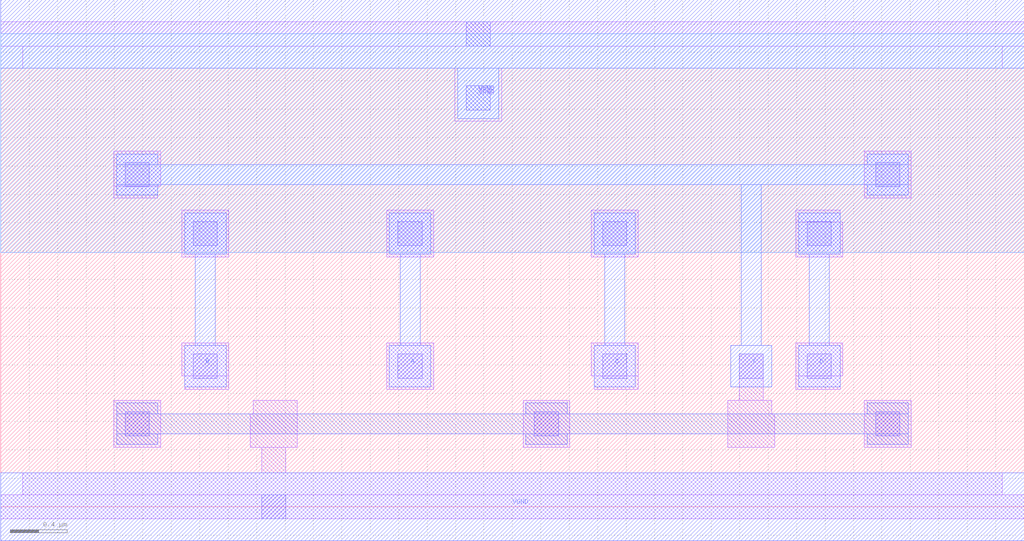
<source format=lef>
VERSION 5.7 ;
  NOWIREEXTENSIONATPIN ON ;
  DIVIDERCHAR "/" ;
  BUSBITCHARS "[]" ;
MACRO OAI22X1
  CLASS CORE ;
  FOREIGN OAI22X1 ;
  ORIGIN 0.000 0.000 ;
  SIZE 7.200 BY 3.330 ;
  SYMMETRY X Y ;
  SITE unit ;
  PIN A
    ANTENNAGATEAREA 0.189000 ;
    PORT
      LAYER met1 ;
        RECT 2.735 1.780 3.025 2.070 ;
        RECT 2.810 1.135 2.950 1.780 ;
        RECT 2.735 0.845 3.025 1.135 ;
    END
  END A
  PIN B
    ANTENNAGATEAREA 0.189000 ;
    PORT
      LAYER met1 ;
        RECT 1.295 1.780 1.585 2.070 ;
        RECT 1.370 1.135 1.510 1.780 ;
        RECT 1.295 0.845 1.585 1.135 ;
    END
  END B
  PIN C
    ANTENNAGATEAREA 0.189000 ;
    PORT
      LAYER met1 ;
        RECT 4.175 1.780 4.465 2.070 ;
        RECT 4.250 1.135 4.390 1.780 ;
        RECT 4.175 0.845 4.465 1.135 ;
    END
  END C
  PIN D
    ANTENNAGATEAREA 0.189000 ;
    PORT
      LAYER met1 ;
        RECT 5.615 1.780 5.905 2.070 ;
        RECT 5.690 1.135 5.830 1.780 ;
        RECT 5.615 0.845 5.905 1.135 ;
    END
  END D
  PIN VGND
    ANTENNADIFFAREA 0.562100 ;
    PORT
      LAYER met1 ;
        RECT 0.000 -0.240 7.200 0.240 ;
    END
    PORT
      LAYER met1 ;
        RECT 0.000 3.090 7.200 3.570 ;
        RECT 3.215 2.735 3.505 3.090 ;
    END
  END VGND
  PIN VPWR
    ANTENNADIFFAREA 1.083600 ;
    PORT
      LAYER li1 ;
        RECT 0.000 3.245 7.200 3.415 ;
        RECT 0.155 3.090 7.045 3.245 ;
        RECT 3.195 2.715 3.525 3.090 ;
      LAYER mcon ;
        RECT 3.275 3.245 3.445 3.415 ;
        RECT 3.275 2.795 3.445 2.965 ;
    END
  END VPWR
  PIN Y
    ANTENNADIFFAREA 1.921200 ;
    PORT
      LAYER met1 ;
        RECT 0.815 2.410 1.105 2.485 ;
        RECT 6.095 2.410 6.385 2.485 ;
        RECT 0.815 2.270 6.385 2.410 ;
        RECT 0.815 2.195 1.105 2.270 ;
        RECT 5.210 1.135 5.350 2.270 ;
        RECT 6.095 2.195 6.385 2.270 ;
        RECT 5.135 0.845 5.425 1.135 ;
    END
  END Y
  OBS
      LAYER nwell ;
        RECT 0.000 1.790 7.200 3.330 ;
      LAYER li1 ;
        RECT 0.795 2.260 1.125 2.505 ;
        RECT 0.795 2.175 1.105 2.260 ;
        RECT 6.075 2.175 6.405 2.505 ;
        RECT 1.275 1.760 1.605 2.090 ;
        RECT 2.715 1.760 3.045 2.090 ;
        RECT 4.155 1.760 4.485 2.090 ;
        RECT 5.595 2.005 5.905 2.090 ;
        RECT 5.595 1.760 5.925 2.005 ;
        RECT 1.275 0.920 1.605 1.155 ;
        RECT 1.295 0.825 1.605 0.920 ;
        RECT 2.715 0.825 3.045 1.155 ;
        RECT 4.155 0.920 4.485 1.155 ;
        RECT 4.175 0.825 4.485 0.920 ;
        RECT 5.195 0.750 5.365 1.075 ;
        RECT 5.595 0.920 5.925 1.155 ;
        RECT 5.595 0.825 5.905 0.920 ;
        RECT 0.795 0.420 1.125 0.750 ;
        RECT 1.775 0.655 2.085 0.750 ;
        RECT 1.755 0.420 2.085 0.655 ;
        RECT 3.675 0.420 4.005 0.750 ;
        RECT 5.115 0.655 5.425 0.750 ;
        RECT 5.115 0.420 5.445 0.655 ;
        RECT 6.075 0.420 6.405 0.750 ;
        RECT 1.835 0.240 2.005 0.420 ;
        RECT 0.155 0.085 7.045 0.240 ;
        RECT 0.000 -0.085 7.200 0.085 ;
      LAYER mcon ;
        RECT 0.875 2.255 1.045 2.425 ;
        RECT 6.155 2.255 6.325 2.425 ;
        RECT 1.355 1.840 1.525 2.010 ;
        RECT 2.795 1.840 2.965 2.010 ;
        RECT 4.235 1.840 4.405 2.010 ;
        RECT 5.675 1.840 5.845 2.010 ;
        RECT 1.355 0.905 1.525 1.075 ;
        RECT 2.795 0.905 2.965 1.075 ;
        RECT 4.235 0.905 4.405 1.075 ;
        RECT 5.195 0.905 5.365 1.075 ;
        RECT 5.675 0.905 5.845 1.075 ;
        RECT 0.875 0.500 1.045 0.670 ;
        RECT 3.755 0.500 3.925 0.670 ;
        RECT 6.155 0.500 6.325 0.670 ;
        RECT 1.835 -0.085 2.005 0.085 ;
      LAYER met1 ;
        RECT 0.815 0.655 1.105 0.730 ;
        RECT 3.695 0.655 3.985 0.730 ;
        RECT 6.095 0.655 6.385 0.730 ;
        RECT 0.815 0.515 6.385 0.655 ;
        RECT 0.815 0.440 1.105 0.515 ;
        RECT 3.695 0.440 3.985 0.515 ;
        RECT 6.095 0.440 6.385 0.515 ;
  END
END OAI22X1
END LIBRARY


</source>
